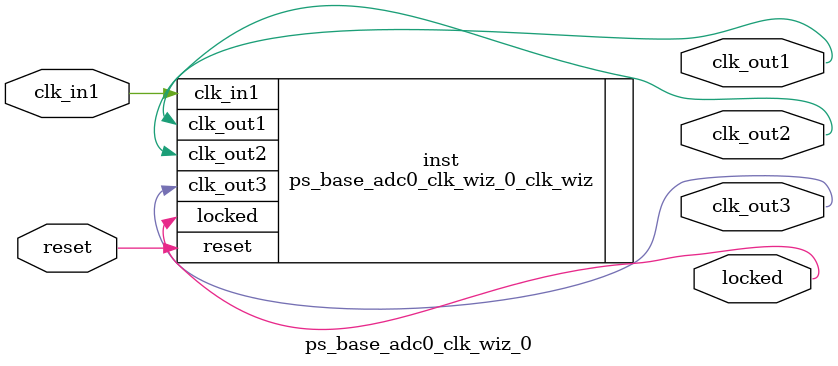
<source format=v>


`timescale 1ps/1ps

(* CORE_GENERATION_INFO = "ps_base_adc0_clk_wiz_0,clk_wiz_v6_0_4_0_0,{component_name=ps_base_adc0_clk_wiz_0,use_phase_alignment=false,use_min_o_jitter=false,use_max_i_jitter=false,use_dyn_phase_shift=false,use_inclk_switchover=false,use_dyn_reconfig=false,enable_axi=0,feedback_source=FDBK_AUTO,PRIMITIVE=MMCM,num_out_clk=3,clkin1_period=5.425,clkin2_period=10.0,use_power_down=false,use_reset=true,use_locked=true,use_inclk_stopped=false,feedback_type=SINGLE,CLOCK_MGR_TYPE=NA,manual_override=false}" *)

module ps_base_adc0_clk_wiz_0 
 (
  // Clock out ports
  output        clk_out1,
  output        clk_out2,
  output        clk_out3,
  // Status and control signals
  input         reset,
  output        locked,
 // Clock in ports
  input         clk_in1
 );

  ps_base_adc0_clk_wiz_0_clk_wiz inst
  (
  // Clock out ports  
  .clk_out1(clk_out1),
  .clk_out2(clk_out2),
  .clk_out3(clk_out3),
  // Status and control signals               
  .reset(reset), 
  .locked(locked),
 // Clock in ports
  .clk_in1(clk_in1)
  );

endmodule

</source>
